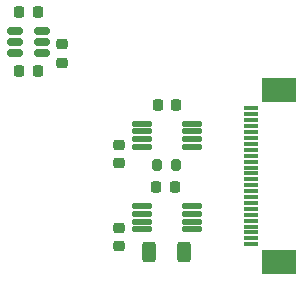
<source format=gbr>
%TF.GenerationSoftware,KiCad,Pcbnew,8.99.0-unknown-77b1d367df~178~ubuntu23.10.1*%
%TF.CreationDate,2024-11-09T00:31:48-05:00*%
%TF.ProjectId,24PinINA333,32345069-6e49-44e4-9133-33332e6b6963,rev?*%
%TF.SameCoordinates,Original*%
%TF.FileFunction,Paste,Top*%
%TF.FilePolarity,Positive*%
%FSLAX46Y46*%
G04 Gerber Fmt 4.6, Leading zero omitted, Abs format (unit mm)*
G04 Created by KiCad (PCBNEW 8.99.0-unknown-77b1d367df~178~ubuntu23.10.1) date 2024-11-09 00:31:48*
%MOMM*%
%LPD*%
G01*
G04 APERTURE LIST*
G04 Aperture macros list*
%AMRoundRect*
0 Rectangle with rounded corners*
0 $1 Rounding radius*
0 $2 $3 $4 $5 $6 $7 $8 $9 X,Y pos of 4 corners*
0 Add a 4 corners polygon primitive as box body*
4,1,4,$2,$3,$4,$5,$6,$7,$8,$9,$2,$3,0*
0 Add four circle primitives for the rounded corners*
1,1,$1+$1,$2,$3*
1,1,$1+$1,$4,$5*
1,1,$1+$1,$6,$7*
1,1,$1+$1,$8,$9*
0 Add four rect primitives between the rounded corners*
20,1,$1+$1,$2,$3,$4,$5,0*
20,1,$1+$1,$4,$5,$6,$7,0*
20,1,$1+$1,$6,$7,$8,$9,0*
20,1,$1+$1,$8,$9,$2,$3,0*%
G04 Aperture macros list end*
%ADD10RoundRect,0.225000X-0.250000X0.225000X-0.250000X-0.225000X0.250000X-0.225000X0.250000X0.225000X0*%
%ADD11RoundRect,0.225000X-0.225000X-0.250000X0.225000X-0.250000X0.225000X0.250000X-0.225000X0.250000X0*%
%ADD12RoundRect,0.150000X-0.512500X-0.150000X0.512500X-0.150000X0.512500X0.150000X-0.512500X0.150000X0*%
%ADD13RoundRect,0.125000X0.687500X0.125000X-0.687500X0.125000X-0.687500X-0.125000X0.687500X-0.125000X0*%
%ADD14RoundRect,0.250000X0.312500X0.625000X-0.312500X0.625000X-0.312500X-0.625000X0.312500X-0.625000X0*%
%ADD15RoundRect,0.225000X0.225000X0.250000X-0.225000X0.250000X-0.225000X-0.250000X0.225000X-0.250000X0*%
%ADD16R,1.250000X0.300000*%
%ADD17R,3.000000X2.000000*%
%ADD18RoundRect,0.200000X0.200000X0.275000X-0.200000X0.275000X-0.200000X-0.275000X0.200000X-0.275000X0*%
G04 APERTURE END LIST*
D10*
%TO.C,C6*%
X122600000Y-78825000D03*
X122600000Y-80375000D03*
%TD*%
D11*
%TO.C,C4*%
X130725000Y-83925000D03*
X132275000Y-83925000D03*
%TD*%
D12*
%TO.C,U4*%
X118662500Y-77650000D03*
X118662500Y-78600000D03*
X118662500Y-79550000D03*
X120937500Y-79550000D03*
X120937500Y-78600000D03*
X120937500Y-77650000D03*
%TD*%
D13*
%TO.C,U1*%
X133612500Y-94475000D03*
X133612500Y-93825000D03*
X133612500Y-93175000D03*
X133612500Y-92525000D03*
X129387500Y-92525000D03*
X129387500Y-93175000D03*
X129387500Y-93825000D03*
X129387500Y-94475000D03*
%TD*%
D14*
%TO.C,R1*%
X132955000Y-96425000D03*
X130030000Y-96425000D03*
%TD*%
D15*
%TO.C,C5*%
X120575000Y-81100000D03*
X119025000Y-81100000D03*
%TD*%
D13*
%TO.C,U2*%
X133612500Y-87475000D03*
X133612500Y-86825000D03*
X133612500Y-86175000D03*
X133612500Y-85525000D03*
X129387500Y-85525000D03*
X129387500Y-86175000D03*
X129387500Y-86825000D03*
X129387500Y-87475000D03*
%TD*%
D11*
%TO.C,C2*%
X130617500Y-90925000D03*
X132167500Y-90925000D03*
%TD*%
D10*
%TO.C,C3*%
X127500000Y-87350000D03*
X127500000Y-88900000D03*
%TD*%
D16*
%TO.C,J2*%
X138650000Y-95750000D03*
X138650000Y-95250000D03*
X138650000Y-94750000D03*
X138650000Y-94250000D03*
X138650000Y-93750000D03*
X138650000Y-93250000D03*
X138650000Y-92750000D03*
X138650000Y-92250000D03*
X138650000Y-91750000D03*
X138650000Y-91250000D03*
X138650000Y-90750000D03*
X138650000Y-90250000D03*
X138650000Y-89750000D03*
X138650000Y-89250000D03*
X138650000Y-88750000D03*
X138650000Y-88250000D03*
X138650000Y-87750000D03*
X138650000Y-87250000D03*
X138650000Y-86750000D03*
X138650000Y-86250000D03*
X138650000Y-85750000D03*
X138650000Y-85250000D03*
X138650000Y-84750000D03*
X138650000Y-84250000D03*
D17*
X140975000Y-97290000D03*
X140975000Y-82710000D03*
%TD*%
D15*
%TO.C,C7*%
X120575000Y-76100000D03*
X119025000Y-76100000D03*
%TD*%
D18*
%TO.C,R2*%
X132325000Y-89025000D03*
X130675000Y-89025000D03*
%TD*%
D10*
%TO.C,C1*%
X127492500Y-94350000D03*
X127492500Y-95900000D03*
%TD*%
M02*

</source>
